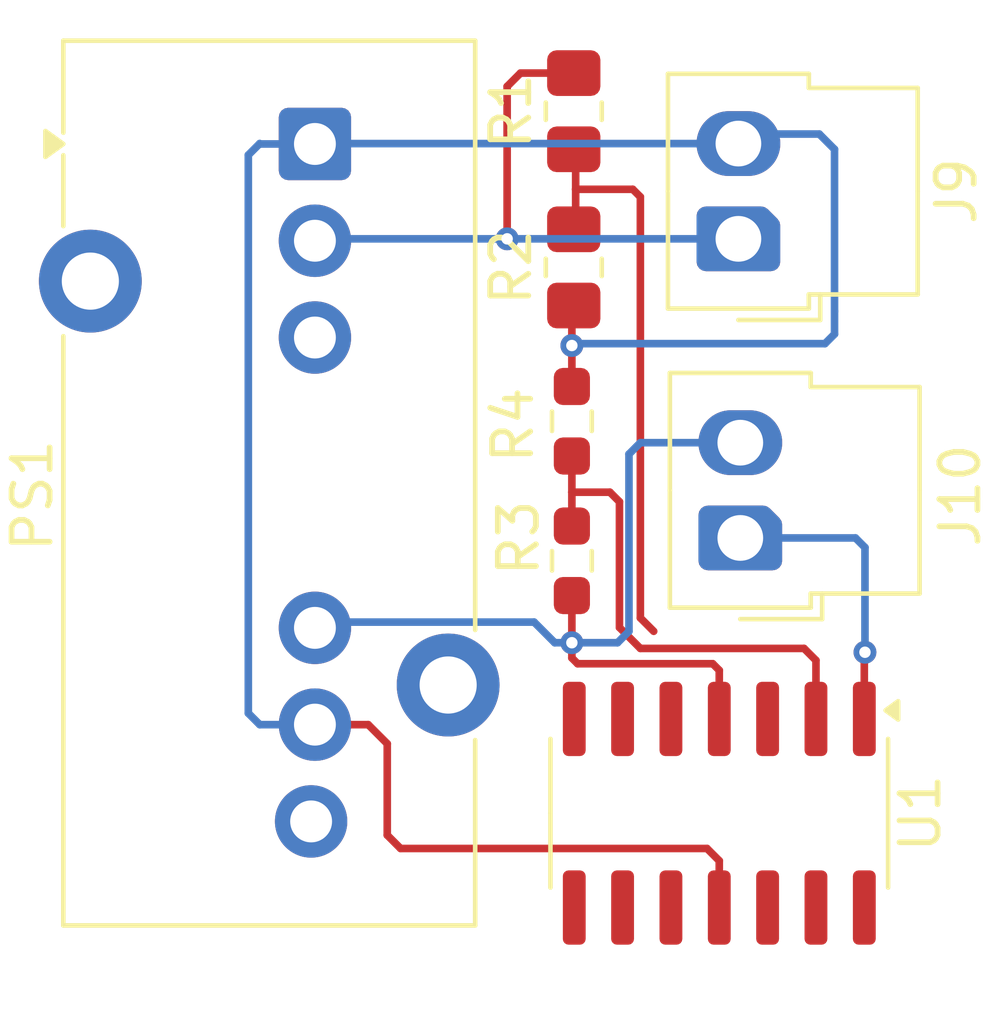
<source format=kicad_pcb>
(kicad_pcb (version 20241229) (generator "pcbnew") (generator_version "9.0")
  (layers (0 "F.Cu" signal) (2 "B.Cu" signal) (13 "F.Paste" user) (15 "B.Paste" user) (5 "F.SilkS" user "F.Silkscreen") (7 "B.SilkS" user "B.Silkscreen") (1 "F.Mask" user) (3 "B.Mask" user) (25 "Edge.Cuts" user))
  (net 0 "")
  (net 1 "Net-(U1A--)")
  (net 2 "/TS+")
  (net 3 "HVIL+")
  (net 4 "Net-(U1A-+)")
  (net 5 "HVIL-")
  (net 10 "TS-")
  (footprint "Connector_Molex:Molex_Nano-Fit_105309-xx02_1x02_P2.50mm_Vertical" (layer "F.Cu") (at 36.375 24.85 180)
    (property "Reference" "J9" (at -5.725 1.255 90) (layer "F.SilkS"))
    (property "Value" "TS+/TS-")
    (fp_line (start 1.85 4.33) (end -1.85 4.33) (stroke (width 0.12)) (layer "F.SilkS"))
    (fp_line (start 1.85 1.25) (end 1.85 4.33) (stroke (width 0.12)) (layer "F.SilkS"))
    (fp_line (start 1.85 1.25) (end 1.85 -1.83) (stroke (width 0.12)) (layer "F.SilkS"))
    (fp_line (start 1.85 -1.83) (end -1.85 -1.83) (stroke (width 0.12)) (layer "F.SilkS"))
    (fp_line (start 0 -2.13) (end -2.15 -2.13) (stroke (width 0.12)) (layer "F.SilkS"))
    (fp_line (start -1.85 4.33) (end -1.85 3.96) (stroke (width 0.12)) (layer "F.SilkS"))
    (fp_line (start -1.85 3.96) (end -4.71 3.96) (stroke (width 0.12)) (layer "F.SilkS"))
    (fp_line (start -1.85 -1.46) (end -4.71 -1.46) (stroke (width 0.12)) (layer "F.SilkS"))
    (fp_line (start -1.85 -1.83) (end -1.85 -1.46) (stroke (width 0.12)) (layer "F.SilkS"))
    (fp_line (start -2.15 -2.13) (end -2.15 -1.46) (stroke (width 0.12)) (layer "F.SilkS"))
    (fp_line (start -4.71 3.96) (end -4.71 1.25) (stroke (width 0.12)) (layer "F.SilkS"))
    (fp_line (start -4.71 -1.46) (end -4.71 1.25) (stroke (width 0.12)) (layer "F.SilkS"))
    (pad "" np_thru_hole circle (at -1.34 1.25 180) (size 1.3 1.3) (drill 1.3) (layers "*.Cu" "*.Mask"))
    (pad "1" thru_hole custom (at 0 0 180) (size 1.417157 1.417157) (drill 1.2) (layers "*.Cu" "*.Mask") (net 2 "/TS+") (options (clearance outline) (anchor circle)) (primitives (gr_poly (pts (xy -0.85 -0.6) (xy 0.85 -0.6) (xy 0.85 0.6) (xy -0.596447 0.6) (xy -0.85 0.346447)) (width 0.5) (fill yes))))
    (pad "2" thru_hole oval (at 0 2.5 180) (size 2.2 1.7) (drill 1.2) (layers "*.Cu" "*.Mask") (net 10 "TS-"))
  )
  (footprint "Connector_Molex:Molex_Nano-Fit_105309-xx02_1x02_P2.50mm_Vertical" (layer "F.Cu") (at 36.425 32.7 180)
    (property "Reference" "J10" (at -5.775 1.115 90) (layer "F.SilkS"))
    (property "Value" "HVIL+/HVIL-")
    (fp_line (start 1.85 4.33) (end -1.85 4.33) (stroke (width 0.12)) (layer "F.SilkS"))
    (fp_line (start 1.85 1.25) (end 1.85 4.33) (stroke (width 0.12)) (layer "F.SilkS"))
    (fp_line (start 1.85 1.25) (end 1.85 -1.83) (stroke (width 0.12)) (layer "F.SilkS"))
    (fp_line (start 1.85 -1.83) (end -1.85 -1.83) (stroke (width 0.12)) (layer "F.SilkS"))
    (fp_line (start 0 -2.13) (end -2.15 -2.13) (stroke (width 0.12)) (layer "F.SilkS"))
    (fp_line (start -1.85 4.33) (end -1.85 3.96) (stroke (width 0.12)) (layer "F.SilkS"))
    (fp_line (start -1.85 3.96) (end -4.71 3.96) (stroke (width 0.12)) (layer "F.SilkS"))
    (fp_line (start -1.85 -1.46) (end -4.71 -1.46) (stroke (width 0.12)) (layer "F.SilkS"))
    (fp_line (start -1.85 -1.83) (end -1.85 -1.46) (stroke (width 0.12)) (layer "F.SilkS"))
    (fp_line (start -2.15 -2.13) (end -2.15 -1.46) (stroke (width 0.12)) (layer "F.SilkS"))
    (fp_line (start -4.71 3.96) (end -4.71 1.25) (stroke (width 0.12)) (layer "F.SilkS"))
    (fp_line (start -4.71 -1.46) (end -4.71 1.25) (stroke (width 0.12)) (layer "F.SilkS"))
    (pad "" np_thru_hole circle (at -1.34 1.25 180) (size 1.3 1.3) (drill 1.3) (layers "*.Cu" "*.Mask"))
    (pad "1" thru_hole custom (at 0 0 180) (size 1.417157 1.417157) (drill 1.2) (layers "*.Cu" "*.Mask") (net 3 "HVIL+") (options (clearance outline) (anchor circle)) (primitives (gr_poly (pts (xy -0.85 -0.6) (xy 0.85 -0.6) (xy 0.85 0.6) (xy -0.596447 0.6) (xy -0.85 0.346447)) (width 0.5) (fill yes))))
    (pad "2" thru_hole oval (at 0 2.5 180) (size 2.2 1.7) (drill 1.2) (layers "*.Cu" "*.Mask") (net 5 "HVIL-"))
  )
  (footprint "FS_4_Global_Footprint_Library:Converter_DCDC_TRACO_TMR3-24xxWIR_48xxWIR_72xxWIR_THT" (layer "F.Cu") (at 25.15 22.36)
    (property "Reference" "PS1" (at -7.325 9.225 90) (layer "F.SilkS"))
    (property "Value" "TMR_3-7211WIR")
    (fp_line (start -6.51 -2.71) (end 4.31 -2.71) (stroke (width 0.12)) (layer "F.SilkS"))
    (fp_line (start -6.51 -0.296) (end -6.51 -2.71) (stroke (width 0.12)) (layer "F.SilkS"))
    (fp_line (start -6.51 2.155) (end -6.51 0.296) (stroke (width 0.12)) (layer "F.SilkS"))
    (fp_line (start -6.51 20.51) (end -6.51 5.045) (stroke (width 0.12)) (layer "F.SilkS"))
    (fp_line (start 4.31 -2.71) (end 4.31 12.755) (stroke (width 0.12)) (layer "F.SilkS"))
    (fp_line (start 4.31 15.645) (end 4.31 20.51) (stroke (width 0.12)) (layer "F.SilkS"))
    (fp_line (start 4.31 20.51) (end -6.51 20.51) (stroke (width 0.12)) (layer "F.SilkS"))
    (fp_poly (pts (xy -6.51 0) (xy -6.98 0.34) (xy -6.98 -0.34)) (stroke (width 0.12)) (fill yes) (layer "F.SilkS"))
    (pad "1" thru_hole roundrect (at 0.1 0) (size 1.9 1.9) (drill 1.1) (layers "*.Cu" "*.Mask") (roundrect_rratio 0.131579) (net 10 "TS-"))
    (pad "2" thru_hole circle (at 0.1 2.54) (size 1.9 1.9) (drill 1.1) (layers "*.Cu" "*.Mask") (net 2 "/TS+"))
    (pad "3" thru_hole circle (at 0.1 5.08) (size 1.9 1.9) (drill 1.1) (layers "*.Cu" "*.Mask"))
    (pad "6" thru_hole circle (at 0.1 12.7) (size 1.9 1.9) (drill 1.1) (layers "*.Cu" "*.Mask") (net 5 "HVIL-"))
    (pad "7" thru_hole circle (at 0.1 15.24) (size 1.9 1.9) (drill 1.1) (layers "*.Cu" "*.Mask") (net 10 "TS-"))
    (pad "8" thru_hole circle (at 0 17.78) (size 1.9 1.9) (drill 1.1) (layers "*.Cu" "*.Mask"))
    (pad "9" thru_hole circle (at -5.8 3.6) (size 2.7 2.7) (drill 1.5) (layers "*.Cu" "*.Mask"))
    (pad "10" thru_hole circle (at 3.6 14.2) (size 2.7 2.7) (drill 1.5) (layers "*.Cu" "*.Mask"))
  )
  (footprint "Package_SO:SOIC-14_3.9x8.7mm_P1.27mm" (layer "F.Cu") (at 35.8725 39.925 -90)
    (property "Reference" "U1" (at 0 -5.28 90) (layer "F.SilkS"))
    (property "Value" "MCP6004")
    (fp_line (start 0 4.435) (end -1.95 4.435) (stroke (width 0.12)) (layer "F.SilkS"))
    (fp_line (start 0 4.435) (end 1.95 4.435) (stroke (width 0.12)) (layer "F.SilkS"))
    (fp_line (start 0 -4.435) (end -1.95 -4.435) (stroke (width 0.12)) (layer "F.SilkS"))
    (fp_line (start 0 -4.435) (end 1.95 -4.435) (stroke (width 0.12)) (layer "F.SilkS"))
    (fp_poly (pts (xy -2.7 -4.37) (xy -2.94 -4.7) (xy -2.46 -4.7)) (stroke (width 0.12)) (fill yes) (layer "F.SilkS"))
    (pad "1" smd roundrect (at -2.475 -3.81 270) (size 1.95 0.6) (layers "F.Cu" "F.Mask" "F.Paste") (net 3 "HVIL+"))
    (pad "2" smd roundrect (at -2.475 -2.54 270) (size 1.95 0.6) (layers "F.Cu" "F.Mask" "F.Paste") (net 1 "Net-(U1A--)"))
    (pad "3" smd roundrect (at -2.475 -1.27 270) (size 1.95 0.6) (layers "F.Cu" "F.Mask" "F.Paste") (net 4 "Net-(U1A-+)"))
    (pad "4" smd roundrect (at -2.475 0 270) (size 1.95 0.6) (layers "F.Cu" "F.Mask" "F.Paste") (net 5 "HVIL-"))
    (pad "5" smd roundrect (at -2.475 1.27 270) (size 1.95 0.6) (layers "F.Cu" "F.Mask" "F.Paste"))
    (pad "6" smd roundrect (at -2.475 2.54 270) (size 1.95 0.6) (layers "F.Cu" "F.Mask" "F.Paste"))
    (pad "7" smd roundrect (at -2.475 3.81 270) (size 1.95 0.6) (layers "F.Cu" "F.Mask" "F.Paste"))
    (pad "8" smd roundrect (at 2.475 3.81 270) (size 1.95 0.6) (layers "F.Cu" "F.Mask" "F.Paste"))
    (pad "9" smd roundrect (at 2.475 2.54 270) (size 1.95 0.6) (layers "F.Cu" "F.Mask" "F.Paste"))
    (pad "10" smd roundrect (at 2.475 1.27 270) (size 1.95 0.6) (layers "F.Cu" "F.Mask" "F.Paste"))
    (pad "11" smd roundrect (at 2.475 0 270) (size 1.95 0.6) (layers "F.Cu" "F.Mask" "F.Paste") (net 10 "TS-"))
    (pad "12" smd roundrect (at 2.475 -1.27 270) (size 1.95 0.6) (layers "F.Cu" "F.Mask" "F.Paste"))
    (pad "13" smd roundrect (at 2.475 -2.54 270) (size 1.95 0.6) (layers "F.Cu" "F.Mask" "F.Paste"))
    (pad "14" smd roundrect (at 2.475 -3.81 270) (size 1.95 0.6) (layers "F.Cu" "F.Mask" "F.Paste"))
  )
  (footprint "Resistor_SMD:R_0603_1608Metric_Pad0.98x0.95mm_HandSolder" (layer "F.Cu") (at 32 29.6375 90)
    (property "Reference" "R4" (at -0.1 -1.55 90) (layer "F.SilkS"))
    (property "Value" "10k")
    (fp_line (start -0.254724 -0.5225) (end 0.254724 -0.5225) (stroke (width 0.12)) (layer "F.SilkS"))
    (fp_line (start -0.254724 0.5225) (end 0.254724 0.5225) (stroke (width 0.12)) (layer "F.SilkS"))
    (pad "1" smd roundrect (at -0.9125 0 90) (size 0.975 0.95) (layers "F.Cu" "F.Mask" "F.Paste") (net 1 "Net-(U1A--)"))
    (pad "2" smd roundrect (at 0.9125 0 90) (size 0.975 0.95) (layers "F.Cu" "F.Mask" "F.Paste") (net 10 "TS-"))
  )
  (footprint "Resistor_SMD:R_0805_2012Metric_Pad1.20x1.40mm_HandSolder" (layer "F.Cu") (at 32.05 21.5 90)
    (property "Reference" "R1" (at 0 -1.65 90) (layer "F.SilkS"))
    (property "Value" "294k")
    (fp_line (start -0.227064 -0.735) (end 0.227064 -0.735) (stroke (width 0.12)) (layer "F.SilkS"))
    (fp_line (start -0.227064 0.735) (end 0.227064 0.735) (stroke (width 0.12)) (layer "F.SilkS"))
    (pad "1" smd roundrect (at -1 0 90) (size 1.2 1.4) (layers "F.Cu" "F.Mask" "F.Paste") (roundrect_rratio 0.208333) (net 4 "Net-(U1A-+)"))
    (pad "2" smd roundrect (at 1 0 90) (size 1.2 1.4) (layers "F.Cu" "F.Mask" "F.Paste") (roundrect_rratio 0.208333) (net 2 "/TS+"))
  )
  (footprint "Resistor_SMD:R_0603_1608Metric_Pad0.98x0.95mm_HandSolder" (layer "F.Cu") (at 32 33.3 90)
    (property "Reference" "R3" (at 0.6 -1.4 90) (layer "F.SilkS"))
    (property "Value" "15k")
    (fp_line (start -0.254724 -0.5225) (end 0.254724 -0.5225) (stroke (width 0.12)) (layer "F.SilkS"))
    (fp_line (start -0.254724 0.5225) (end 0.254724 0.5225) (stroke (width 0.12)) (layer "F.SilkS"))
    (pad "1" smd roundrect (at -0.9125 0 90) (size 0.975 0.95) (layers "F.Cu" "F.Mask" "F.Paste") (net 5 "HVIL-"))
    (pad "2" smd roundrect (at 0.9125 0 90) (size 0.975 0.95) (layers "F.Cu" "F.Mask" "F.Paste") (net 1 "Net-(U1A--)"))
  )
  (footprint "Resistor_SMD:R_0805_2012Metric_Pad1.20x1.40mm_HandSolder" (layer "F.Cu") (at 32.05 25.6 90)
    (property "Reference" "R2" (at 0 -1.65 90) (layer "F.SilkS"))
    (property "Value" "10k")
    (fp_line (start -0.227064 -0.735) (end 0.227064 -0.735) (stroke (width 0.12)) (layer "F.SilkS"))
    (fp_line (start -0.227064 0.735) (end 0.227064 0.735) (stroke (width 0.12)) (layer "F.SilkS"))
    (pad "1" smd roundrect (at -1 0 90) (size 1.2 1.4) (layers "F.Cu" "F.Mask" "F.Paste") (roundrect_rratio 0.208333) (net 10 "TS-"))
    (pad "2" smd roundrect (at 1 0 90) (size 1.2 1.4) (layers "F.Cu" "F.Mask" "F.Paste") (roundrect_rratio 0.208333) (net 4 "Net-(U1A-+)"))
  )
  (segment (start 33.25 35.05) (end 33.25 31.75) (width 0.2) (layer "F.Cu") (net 1))
  (segment (start 38.4125 37.075) (end 38.4125 35.9125) (width 0.2) (layer "F.Cu") (net 1))
  (segment (start 32 31.5) (end 32 32.3875) (width 0.2) (layer "F.Cu") (net 1))
  (segment (start 32 30.55) (end 32 31.5) (width 0.2) (layer "F.Cu") (net 1))
  (segment (start 33.25 31.75) (end 33 31.5) (width 0.2) (layer "F.Cu") (net 1))
  (segment (start 33 31.5) (end 32 31.5) (width 0.2) (layer "F.Cu") (net 1))
  (segment (start 38.1 35.6) (end 33.8 35.6) (width 0.2) (layer "F.Cu") (net 1))
  (segment (start 38.4125 35.9125) (end 38.1 35.6) (width 0.2) (layer "F.Cu") (net 1))
  (segment (start 32.15 32.5375) (end 32.1 32.5875) (width 0.2) (layer "F.Cu") (net 1))
  (segment (start 33.8 35.6) (end 33.25 35.05) (width 0.2) (layer "F.Cu") (net 1))
  (segment (start 30.65 20.5) (end 30.3 20.85) (width 0.2) (layer "F.Cu") (net 2))
  (segment (start 32.05 20.5) (end 30.65 20.5) (width 0.2) (layer "F.Cu") (net 2))
  (segment (start 30.3 20.85) (end 30.3 24.85) (width 0.2) (layer "F.Cu") (net 2))
  (via (at 30.3 24.85) (size 0.6) (drill 0.3) (layers "F.Cu" "B.Cu") (net 2))
  (segment (start 30.3 24.85) (end 25.46 24.85) (width 0.2) (layer "B.Cu") (net 2))
  (segment (start 36.375 24.85) (end 30.3 24.85) (width 0.2) (layer "B.Cu") (net 2))
  (segment (start 25.46 24.85) (end 25.25 25.06) (width 0.2) (layer "B.Cu") (net 2))
  (segment (start 25.34 24.5) (end 25.3 24.54) (width 0.2) (layer "B.Cu") (net 2))
  (segment (start 39.6825 35.7175) (end 39.7 35.7) (width 0.2) (layer "F.Cu") (net 3))
  (segment (start 39.6825 37.45) (end 39.6825 35.7175) (width 0.2) (layer "F.Cu") (net 3))
  (via (at 39.7 35.7) (size 0.6) (drill 0.3) (layers "F.Cu" "B.Cu") (net 3))
  (segment (start 39.45 32.7) (end 39.7 32.95) (width 0.2) (layer "B.Cu") (net 3))
  (segment (start 36.425 32.7) (end 39.45 32.7) (width 0.2) (layer "B.Cu") (net 3))
  (segment (start 39.7 32.95) (end 39.7 35.7) (width 0.2) (layer "B.Cu") (net 3))
  (segment (start 31.9 22.8) (end 31.95 22.75) (width 0.2) (layer "F.Cu") (net 4))
  (segment (start 33.8 34.8) (end 34.15 35.15) (width 0.2) (layer "F.Cu") (net 4))
  (segment (start 33.8 23.75) (end 33.8 34.8) (width 0.2) (layer "F.Cu") (net 4))
  (segment (start 32.1 22.5) (end 32.1 23.55) (width 0.2) (layer "F.Cu") (net 4))
  (segment (start 32.1 23.55) (end 33.6 23.55) (width 0.2) (layer "F.Cu") (net 4))
  (segment (start 32.1 23.55) (end 32.1 24.6) (width 0.2) (layer "F.Cu") (net 4))
  (segment (start 37.1425 38.049999) (end 37.1425 37.075) (width 0.2) (layer "F.Cu") (net 4))
  (segment (start 33.6 23.55) (end 33.8 23.75) (width 0.2) (layer "F.Cu") (net 4))
  (segment (start 35.8725 37.325) (end 35.8725 36.1735) (width 0.2) (layer "F.Cu") (net 5))
  (segment (start 35.7 36.001) (end 32.151 36.001) (width 0.2) (layer "F.Cu") (net 5))
  (segment (start 32.151 36.001) (end 32 35.85) (width 0.2) (layer "F.Cu") (net 5))
  (segment (start 35.8725 36.1735) (end 35.7 36.001) (width 0.2) (layer "F.Cu") (net 5))
  (segment (start 32 35.85) (end 32 35.45) (width 0.2) (layer "F.Cu") (net 5))
  (segment (start 32 34.2125) (end 32 35.45) (width 0.2) (layer "F.Cu") (net 5))
  (via (at 32 35.45) (size 0.6) (drill 0.3) (layers "F.Cu" "B.Cu") (net 5))
  (segment (start 31.55 35.45) (end 31.009 34.909) (width 0.2) (layer "B.Cu") (net 5))
  (segment (start 33.8 30.2) (end 33.5 30.5) (width 0.2) (layer "B.Cu") (net 5))
  (segment (start 33.5 35.15) (end 33.2 35.45) (width 0.2) (layer "B.Cu") (net 5))
  (segment (start 36.425 30.2) (end 33.8 30.2) (width 0.2) (layer "B.Cu") (net 5))
  (segment (start 25.401 34.909) (end 25.25 35.06) (width 0.2) (layer "B.Cu") (net 5))
  (segment (start 31.009 34.909) (end 25.401 34.909) (width 0.2) (layer "B.Cu") (net 5))
  (segment (start 33.5 30.5) (end 33.5 35.15) (width 0.2) (layer "B.Cu") (net 5))
  (segment (start 33.2 35.45) (end 32 35.45) (width 0.2) (layer "B.Cu") (net 5))
  (segment (start 32 35.45) (end 31.55 35.45) (width 0.2) (layer "B.Cu") (net 5))
  (segment (start 25.5 35.15) (end 25.3 35.35) (width 0.2) (layer "B.Cu") (net 5))
  (segment (start 35.55 40.85) (end 35.8725 41.1725) (width 0.2) (layer "F.Cu") (net 10))
  (segment (start 27.15 40.5) (end 27.5 40.85) (width 0.2) (layer "F.Cu") (net 10))
  (segment (start 32 28.725) (end 32 27.65) (width 0.2) (layer "F.Cu") (net 10))
  (segment (start 27.15 38.1) (end 27.15 40.5) (width 0.2) (layer "F.Cu") (net 10))
  (segment (start 32 26.7) (end 32.1 26.6) (width 0.2) (layer "F.Cu") (net 10))
  (segment (start 26.65 37.6) (end 27.15 38.1) (width 0.2) (layer "F.Cu") (net 10))
  (segment (start 25.25 37.6) (end 26.65 37.6) (width 0.2) (layer "F.Cu") (net 10))
  (segment (start 32.15 26.45) (end 32.2 26.4) (width 0.2) (layer "F.Cu") (net 10))
  (segment (start 35.8725 41.1725) (end 35.8725 42.4) (width 0.2) (layer "F.Cu") (net 10))
  (segment (start 27.5 40.85) (end 35.55 40.85) (width 0.2) (layer "F.Cu") (net 10))
  (segment (start 32 27.65) (end 32 26.7) (width 0.2) (layer "F.Cu") (net 10))
  (via (at 32 27.65) (size 0.6) (drill 0.3) (layers "F.Cu" "B.Cu") (net 10))
  (segment (start 23.8 22.35) (end 23.5 22.65) (width 0.2) (layer "B.Cu") (net 10))
  (segment (start 38.9 26.75) (end 38.9 27.35) (width 0.2) (layer "B.Cu") (net 10))
  (segment (start 36.375 22.35) (end 25.26 22.35) (width 0.2) (layer "B.Cu") (net 10))
  (segment (start 38.5 22.1) (end 38.9 22.5) (width 0.2) (layer "B.Cu") (net 10))
  (segment (start 25.25 22.36) (end 23.81 22.36) (width 0.2) (layer "B.Cu") (net 10))
  (segment (start 23.5 37.3) (end 23.8 37.6) (width 0.2) (layer "B.Cu") (net 10))
  (segment (start 38.9 22.5) (end 38.9 26.75) (width 0.2) (layer "B.Cu") (net 10))
  (segment (start 38.65 27.6) (end 32 27.6) (width 0.2) (layer "B.Cu") (net 10))
  (segment (start 25.26 22.35) (end 25.25 22.36) (width 0.2) (layer "B.Cu") (net 10))
  (segment (start 23.81 22.36) (end 23.8 22.35) (width 0.2) (layer "B.Cu") (net 10))
  (segment (start 23.8 37.6) (end 25.25 37.6) (width 0.2) (layer "B.Cu") (net 10))
  (segment (start 36.375 22.1) (end 38.5 22.1) (width 0.2) (layer "B.Cu") (net 10))
  (segment (start 38.9 27.35) (end 38.65 27.6) (width 0.2) (layer "B.Cu") (net 10))
  (segment (start 25.45 22) (end 25.3 22.15) (width 0.2) (layer "B.Cu") (net 10))
  (segment (start 23.5 22.65) (end 23.5 37.3) (width 0.2) (layer "B.Cu") (net 10))
)
</source>
